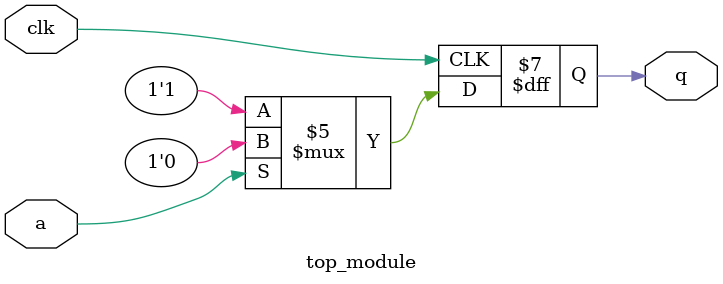
<source format=sv>
module top_module (
	input clk,
	input a, 
	output reg q
);

always @(posedge clk) begin
	if (clk == 1'b1) begin
		if (a == 1'b0)
			q <= 1'b1;
		else
			q <= 1'b0;
	end
end

endmodule

</source>
